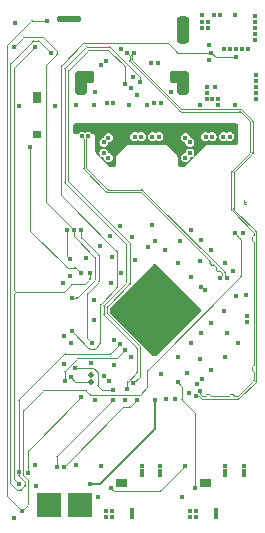
<source format=gbr>
%TF.GenerationSoftware,KiCad,Pcbnew,(6.0.2)*%
%TF.CreationDate,2022-04-22T09:08:26+08:00*%
%TF.ProjectId,usb-nvme,7573622d-6e76-46d6-952e-6b696361645f,rev?*%
%TF.SameCoordinates,Original*%
%TF.FileFunction,Copper,L3,Inr*%
%TF.FilePolarity,Positive*%
%FSLAX46Y46*%
G04 Gerber Fmt 4.6, Leading zero omitted, Abs format (unit mm)*
G04 Created by KiCad (PCBNEW (6.0.2)) date 2022-04-22 09:08:26*
%MOMM*%
%LPD*%
G01*
G04 APERTURE LIST*
G04 Aperture macros list*
%AMRoundRect*
0 Rectangle with rounded corners*
0 $1 Rounding radius*
0 $2 $3 $4 $5 $6 $7 $8 $9 X,Y pos of 4 corners*
0 Add a 4 corners polygon primitive as box body*
4,1,4,$2,$3,$4,$5,$6,$7,$8,$9,$2,$3,0*
0 Add four circle primitives for the rounded corners*
1,1,$1+$1,$2,$3*
1,1,$1+$1,$4,$5*
1,1,$1+$1,$6,$7*
1,1,$1+$1,$8,$9*
0 Add four rect primitives between the rounded corners*
20,1,$1+$1,$2,$3,$4,$5,0*
20,1,$1+$1,$4,$5,$6,$7,0*
20,1,$1+$1,$6,$7,$8,$9,0*
20,1,$1+$1,$8,$9,$2,$3,0*%
G04 Aperture macros list end*
%TA.AperFunction,NonConductor*%
%ADD10C,0.000000*%
%TD*%
%TA.AperFunction,ComponentPad*%
%ADD11R,2.000000X2.000000*%
%TD*%
%TA.AperFunction,ComponentPad*%
%ADD12C,0.700000*%
%TD*%
%TA.AperFunction,ComponentPad*%
%ADD13RoundRect,0.250000X-0.550000X-0.250000X0.550000X-0.250000X0.550000X0.250000X-0.550000X0.250000X0*%
%TD*%
%TA.AperFunction,ComponentPad*%
%ADD14RoundRect,0.250000X-0.250000X-0.750000X0.250000X-0.750000X0.250000X0.750000X-0.250000X0.750000X0*%
%TD*%
%TA.AperFunction,ComponentPad*%
%ADD15RoundRect,0.125000X-0.875000X0.125000X-0.875000X-0.125000X0.875000X-0.125000X0.875000X0.125000X0*%
%TD*%
%TA.AperFunction,ComponentPad*%
%ADD16RoundRect,0.250000X-0.250000X-0.900000X0.250000X-0.900000X0.250000X0.900000X-0.250000X0.900000X0*%
%TD*%
%TA.AperFunction,ViaPad*%
%ADD17C,0.450000*%
%TD*%
%TA.AperFunction,ViaPad*%
%ADD18C,0.500000*%
%TD*%
%TA.AperFunction,Conductor*%
%ADD19C,0.100000*%
%TD*%
%TA.AperFunction,Conductor*%
%ADD20C,0.110000*%
%TD*%
%TA.AperFunction,Conductor*%
%ADD21C,0.095000*%
%TD*%
%TA.AperFunction,Conductor*%
%ADD22C,0.200000*%
%TD*%
G04 APERTURE END LIST*
D10*
G36*
X20750000Y-16200000D02*
G01*
X20550000Y-16200000D01*
X20550000Y-16350000D01*
X20750000Y-16350000D01*
X20750000Y-16400000D01*
X20550000Y-16400000D01*
X20550000Y-16550000D01*
X20750000Y-16550000D01*
X20750000Y-16600000D01*
X20500000Y-16600000D01*
X20500000Y-16150000D01*
X20750000Y-16150000D01*
X20750000Y-16200000D01*
G37*
D11*
%TO.N,+5V*%
%TO.C,TP2*%
X4000000Y-42000000D03*
%TD*%
%TO.N,GND*%
%TO.C,TP3*%
X6600000Y-42000000D03*
%TD*%
D12*
%TO.N,GND*%
%TO.C,U1*%
X14879899Y-26489949D03*
X15869848Y-25500000D03*
X15869848Y-25500000D03*
X11910051Y-27479899D03*
X12900000Y-28469848D03*
X12900000Y-22530152D03*
X13889949Y-25500000D03*
X13889949Y-27479899D03*
X14879899Y-24510051D03*
X10920101Y-24510051D03*
X11910051Y-27479899D03*
X12900000Y-28469848D03*
X13889949Y-25500000D03*
X10920101Y-26489949D03*
X14879899Y-24510051D03*
X11910051Y-25500000D03*
X13889949Y-23520101D03*
X12900000Y-24510051D03*
X12900000Y-26489949D03*
X11910051Y-23520101D03*
X9930152Y-25500000D03*
X12900000Y-26489949D03*
X14879899Y-26489949D03*
X13889949Y-27479899D03*
%TD*%
D13*
%TO.N,GND*%
%TO.C,J1*%
X7000000Y-5797500D03*
D14*
X6680000Y-6297500D03*
D13*
X15000000Y-5787500D03*
D14*
X15320000Y-6287500D03*
D15*
X5680000Y-897500D03*
D16*
X15320000Y-1747500D03*
%TD*%
D17*
%TO.N,USB_TX1+*%
X9405000Y-7954577D03*
%TO.N,PCIe_TX0-*%
X8994455Y-10905545D03*
%TO.N,USB_TX1-*%
X8855000Y-7954577D03*
%TO.N,PCIe_TX0+*%
X8605545Y-11294455D03*
%TO.N,USB_TX2+*%
X13155000Y-4554577D03*
%TO.N,USB_TX2-*%
X12605000Y-4554577D03*
%TO.N,PCIe_TX1-*%
X11775000Y-10812379D03*
%TO.N,PCIe_TX1+*%
X11225000Y-10812379D03*
%TO.N,PCIe_TX2-*%
X15894455Y-12205545D03*
%TO.N,GND*%
X8200000Y-11750000D03*
X16900000Y-40000000D03*
X8100000Y-41300000D03*
X16011270Y-28328427D03*
X16750000Y-10000000D03*
X3100000Y-10500000D03*
X20700000Y-26500000D03*
X7525988Y-30025483D03*
X10400000Y-40300000D03*
X7074500Y-21100000D03*
X18839697Y-29459798D03*
X17500000Y-40000000D03*
X18100000Y-43050000D03*
X7900000Y-7000000D03*
X20700000Y-26000000D03*
X19971068Y-28328427D03*
X12700000Y-18300000D03*
X17500000Y-4300000D03*
X13800000Y-11200000D03*
X17800000Y-7600000D03*
X18900000Y-39500000D03*
X18250000Y-8100000D03*
X18100000Y-42450000D03*
X18900000Y-39100000D03*
X17200000Y-40300000D03*
X13900000Y-33000000D03*
X19500000Y-22200000D03*
X17708326Y-30591169D03*
X11800000Y-39100000D03*
X20400000Y-19000000D03*
X18300000Y-7600000D03*
X10750000Y-8100000D03*
X3100000Y-7800000D03*
X2800000Y-10500000D03*
X18100000Y-42750000D03*
X1100000Y-1200000D03*
X15200000Y-13100000D03*
X21400000Y-600000D03*
X16506245Y-31793250D03*
X18839697Y-21540202D03*
X17708326Y-26631371D03*
X10400000Y-33100000D03*
X1450000Y-8200000D03*
X19750000Y-10000000D03*
X7750000Y-8100000D03*
X16750000Y-8100000D03*
X13750000Y-10000000D03*
X21400000Y-1100000D03*
X11000000Y-42750000D03*
X21400000Y-2600000D03*
X8586649Y-31086144D03*
X7850000Y-33100000D03*
X15799138Y-32500357D03*
X6250000Y-10000000D03*
X4450000Y-8200000D03*
X17300000Y-7600000D03*
X13748528Y-20408831D03*
X19750000Y-8100000D03*
X18900000Y-38700000D03*
X16900000Y-40300000D03*
X9800000Y-40300000D03*
X6250000Y-8100000D03*
X15200000Y-41300000D03*
X11000000Y-42450000D03*
X17200000Y-40000000D03*
X14600000Y-33000000D03*
X10400000Y-40000000D03*
X16750000Y-11200000D03*
X17500000Y-3100000D03*
X6250000Y-38650000D03*
X10100000Y-3400000D03*
X2800000Y-38650000D03*
X14300000Y-7000000D03*
X8303807Y-20055277D03*
X2800000Y-7200000D03*
X2800000Y-7500000D03*
X9300000Y-13100000D03*
X7750000Y-10000000D03*
X12334315Y-20125988D03*
X17300000Y-7100000D03*
X2800000Y-7800000D03*
X3100000Y-7500000D03*
X10750000Y-11200000D03*
X10750000Y-10000000D03*
X5181025Y-23200000D03*
X10000862Y-18358222D03*
X9250000Y-10000000D03*
X11800000Y-38700000D03*
X16011270Y-22671573D03*
X5250000Y-30100000D03*
X21400000Y-1600000D03*
X10100000Y-40000000D03*
X20678175Y-24200000D03*
X17300000Y-6600000D03*
X3100000Y-10800000D03*
X12250000Y-10000000D03*
X10071573Y-22388730D03*
X5758222Y-22600862D03*
X16930509Y-31368986D03*
X18250000Y-10000000D03*
X2800000Y-10800000D03*
X9010914Y-31510407D03*
X2900000Y-40400000D03*
X3100000Y-7200000D03*
X10100000Y-40300000D03*
X12250000Y-11200000D03*
X9152334Y-19206750D03*
X5200000Y-27700000D03*
X12250000Y-8100000D03*
X19750000Y-11200000D03*
D18*
X7500000Y-30980000D03*
D17*
X11000000Y-43050000D03*
X5828932Y-28328427D03*
X11800000Y-39500000D03*
X16859798Y-19560303D03*
X17708326Y-20408831D03*
X1000000Y-43075500D03*
X16011270Y-18711775D03*
X15250000Y-10000000D03*
X17500000Y-40300000D03*
X21400000Y-2100000D03*
X18250000Y-11200000D03*
X16300000Y-11750000D03*
X9800000Y-40000000D03*
%TO.N,USB_CC1*%
X10400000Y-6400000D03*
X11100000Y-31700000D03*
%TO.N,PCIe_TX2+*%
X15505545Y-12594455D03*
%TO.N,USB_CC2*%
X10600000Y-32200000D03*
X11650000Y-6150000D03*
%TO.N,PCIe_TX3-*%
X17775000Y-10812379D03*
%TO.N,PCIe_TX3+*%
X17225000Y-10812379D03*
%TO.N,~{PCIe_RST}*%
X6700000Y-18700000D03*
X7600000Y-28300000D03*
%TO.N,+1V0*%
X9505887Y-28045584D03*
X13400000Y-39500000D03*
X14879899Y-21540202D03*
X7808831Y-24651472D03*
X13465685Y-30874012D03*
X12970711Y-19631014D03*
X18768986Y-25570711D03*
X11202944Y-21257359D03*
X7808831Y-26348528D03*
X13400000Y-39100000D03*
X8400000Y-38700000D03*
X17142641Y-23802944D03*
X9223045Y-23237258D03*
X14879899Y-29459798D03*
X10920101Y-29459798D03*
X16859798Y-27479899D03*
X13400000Y-38700000D03*
X16859798Y-23520101D03*
%TO.N,/3V3P_SW*%
X19800000Y-3400000D03*
X20300000Y-3400000D03*
X19300000Y-3400000D03*
X18800000Y-3400000D03*
X20800000Y-3400000D03*
%TO.N,+5V*%
X16900000Y-500000D03*
X17900000Y-500000D03*
X17400000Y-1100000D03*
X12900000Y-33100000D03*
X16900000Y-1100000D03*
X17400000Y-1600000D03*
X8800000Y-42500000D03*
X18400000Y-500000D03*
X16400000Y-42500000D03*
X19700000Y-500000D03*
X7400000Y-40200000D03*
X16400000Y-43000000D03*
X15900000Y-43000000D03*
X8800000Y-43000000D03*
X16900000Y-1600000D03*
X15900000Y-42500000D03*
X9300000Y-43000000D03*
X9300000Y-42500000D03*
%TO.N,+3.3VP*%
X21500000Y-7100000D03*
X21500000Y-6600000D03*
X21500000Y-6100000D03*
X21500000Y-7600000D03*
X21500000Y-5600000D03*
X18000000Y-6600000D03*
%TO.N,+2V5*%
X9200000Y-40600000D03*
X16789087Y-21328070D03*
X16789087Y-29671930D03*
X19051829Y-27409188D03*
X20500000Y-38700000D03*
X10990812Y-19348171D03*
X15622361Y-30838656D03*
X19758936Y-24297918D03*
X20500000Y-39100000D03*
X15092031Y-19631014D03*
X9293755Y-21045227D03*
X15500000Y-38700000D03*
X20500000Y-39500000D03*
%TO.N,+3V3*%
X1000000Y-3200000D03*
X5200000Y-38800000D03*
X11400000Y-33100000D03*
X9505887Y-30166905D03*
X5899643Y-24439340D03*
X2200000Y-39300000D03*
X14844544Y-31616474D03*
X6100000Y-18700000D03*
X16300000Y-40600000D03*
X6700000Y-32900000D03*
%TO.N,LS_LED*%
X1400000Y-40200000D03*
X2800000Y-3200000D03*
X7400000Y-22400000D03*
%TO.N,HS_LED*%
X10000000Y-28400000D03*
X4100000Y-3700000D03*
X1400000Y-39200000D03*
%TO.N,USB_D+*%
X10892153Y-6703797D03*
X11155000Y-3749500D03*
X16382501Y-32765522D03*
X11104502Y-5800000D03*
%TO.N,USB_D-*%
X10605000Y-3749500D03*
X11375500Y-7300000D03*
X16771410Y-32376613D03*
%TO.N,USB_RX2-*%
X12855000Y-7954577D03*
%TO.N,USB_RX2+*%
X13405000Y-7954577D03*
%TO.N,USB_RX1-*%
X8405545Y-4794455D03*
%TO.N,USB_RX1+*%
X8794455Y-4405545D03*
%TO.N,M2_LED*%
X19700000Y-19000000D03*
X3800000Y-1000000D03*
X1700000Y-42500000D03*
%TO.N,PCIe_PWR_EN*%
X17700000Y-3700000D03*
X5900000Y-27300000D03*
X19800000Y-4100000D03*
%TO.N,SPI_DO*%
X5300000Y-31500000D03*
X10400000Y-28900000D03*
%TO.N,SPI_CLK*%
X5800000Y-31200000D03*
D18*
X7500000Y-31620000D03*
D17*
%TO.N,SPI_DI*%
X6200000Y-30400000D03*
X9400000Y-32300000D03*
%TO.N,PCIe_REFCLK-*%
X7275000Y-10800000D03*
X19030282Y-22755282D03*
%TO.N,PCIe_REFCLK+*%
X18480282Y-22755282D03*
X6725000Y-10800000D03*
%TO.N,PCIe_RX3-*%
X19275000Y-10812379D03*
%TO.N,PCIe_RX3+*%
X18725000Y-10812379D03*
%TO.N,PCIe_RX2-*%
X15894455Y-11294455D03*
%TO.N,PCIe_RX2+*%
X15505545Y-10905545D03*
%TO.N,PCIe_RX1-*%
X13275000Y-10812379D03*
%TO.N,PCIe_RX1+*%
X12725000Y-10812379D03*
%TO.N,PCIe_RX0-*%
X8994455Y-12594455D03*
%TO.N,PCIe_RX0+*%
X8605545Y-12205545D03*
%TO.N,PCIe_DET*%
X2350000Y-11700000D03*
X6700000Y-22400000D03*
%TO.N,PCIe_CLKREQ*%
X5750000Y-21150000D03*
X5500000Y-18700000D03*
%TO.N,VBUS_DET*%
X4600000Y-38800000D03*
X9400000Y-33100000D03*
%TD*%
D19*
%TO.N,VBUS_DET*%
X4600001Y-37941421D02*
G75*
G02*
X4629291Y-37870711I99994J2D01*
G01*
%TO.N,PCIe_DET*%
X5541421Y-21900000D02*
G75*
G02*
X5470711Y-21870711I0J99999D01*
G01*
X6158579Y-21900001D02*
G75*
G02*
X6229289Y-21929291I2J-99994D01*
G01*
%TO.N,PCIe_CLKREQ*%
X5529290Y-20929290D02*
G75*
G02*
X5500000Y-20858579I70705J70709D01*
G01*
%TO.N,PCIe_DET*%
X2379290Y-18779290D02*
G75*
G02*
X2350000Y-18708579I70705J70709D01*
G01*
D20*
%TO.N,PCIe_REFCLK+*%
X6895001Y-13502073D02*
G75*
G03*
X6924291Y-13572783I99994J-2D01*
G01*
%TO.N,PCIe_REFCLK-*%
X7134290Y-13485796D02*
G75*
G02*
X7105000Y-13415085I70705J70709D01*
G01*
X7134289Y-10940711D02*
G75*
G03*
X7105000Y-11011421I70710J-70710D01*
G01*
X8914205Y-15265711D02*
G75*
G03*
X8984915Y-15295000I70710J70710D01*
G01*
%TO.N,PCIe_REFCLK+*%
X18100001Y-22058579D02*
G75*
G03*
X18129291Y-22129289I99994J-2D01*
G01*
X6895000Y-11011421D02*
G75*
G03*
X6865711Y-10940711I-99999J0D01*
G01*
D19*
%TO.N,SPI_DI*%
X7658579Y-30400000D02*
G75*
G02*
X7729289Y-30429289I0J-99999D01*
G01*
D20*
%TO.N,PCIe_REFCLK-*%
X18889572Y-22614572D02*
G75*
G02*
X18860282Y-22543861I70705J70709D01*
G01*
D19*
%TO.N,SPI_DI*%
X8541421Y-32299999D02*
G75*
G02*
X8470711Y-32270709I-2J99994D01*
G01*
%TO.N,SPI_CLK*%
X6190711Y-31590711D02*
G75*
G03*
X6261421Y-31620000I70710J70710D01*
G01*
%TO.N,SPI_DO*%
X9729290Y-29570710D02*
G75*
G02*
X9658579Y-29600000I-70709J70705D01*
G01*
D20*
%TO.N,PCIe_REFCLK+*%
X11785795Y-15534289D02*
G75*
G03*
X11715085Y-15505000I-70710J-70710D01*
G01*
X8827217Y-15475711D02*
G75*
G03*
X8897927Y-15505000I70710J70710D01*
G01*
X18194958Y-22194958D02*
G75*
G03*
X18265668Y-22224247I70710J70710D01*
G01*
D19*
%TO.N,SPI_DO*%
X6441421Y-29600000D02*
G75*
G03*
X6370711Y-29629289I0J-99999D01*
G01*
X5300001Y-30741421D02*
G75*
G02*
X5329291Y-30670711I99994J2D01*
G01*
D20*
%TO.N,PCIe_REFCLK+*%
X18650282Y-22440197D02*
G75*
G03*
X18620993Y-22369486I-99999J1D01*
G01*
X18434332Y-22224247D02*
G75*
G02*
X18505042Y-22253536I0J-99999D01*
G01*
X18650281Y-22543861D02*
G75*
G02*
X18620991Y-22614571I-99994J-2D01*
G01*
X17644957Y-21644957D02*
G75*
G03*
X17715667Y-21674246I70710J70710D01*
G01*
D19*
%TO.N,SPI_DI*%
X8070710Y-30770710D02*
G75*
G02*
X8100000Y-30841421I-70705J-70709D01*
G01*
X8129289Y-31929289D02*
G75*
G02*
X8100000Y-31858579I70710J70710D01*
G01*
D20*
%TO.N,PCIe_REFCLK+*%
X18100000Y-21889914D02*
G75*
G03*
X18070711Y-21819204I-99999J0D01*
G01*
X17884332Y-21674246D02*
G75*
G02*
X17955043Y-21703535I1J-99999D01*
G01*
%TO.N,PCIe_REFCLK-*%
X18860282Y-22353209D02*
G75*
G03*
X18830993Y-22282499I-99999J0D01*
G01*
X11802073Y-15295001D02*
G75*
G02*
X11872783Y-15324291I2J-99994D01*
G01*
%TO.N,PCIe_REFCLK+*%
X17605044Y-21605044D02*
G75*
G02*
X17575754Y-21534333I70705J70709D01*
G01*
X17546464Y-21294956D02*
G75*
G02*
X17575754Y-21365667I-70705J-70709D01*
G01*
D19*
%TO.N,M2_LED*%
X2541421Y-1000000D02*
G75*
G03*
X2470711Y-1029289I0J-99999D01*
G01*
X12270710Y-32029290D02*
G75*
G03*
X12300000Y-31958579I-70705J70709D01*
G01*
X11629289Y-32670711D02*
G75*
G02*
X11558579Y-32700000I-70710J70710D01*
G01*
%TO.N,PCIe_PWR_EN*%
X5029289Y-4770711D02*
G75*
G03*
X5000000Y-4841421I70710J-70710D01*
G01*
%TO.N,M2_LED*%
X12300000Y-30641421D02*
G75*
G02*
X12329289Y-30570711I99999J0D01*
G01*
%TO.N,PCIe_PWR_EN*%
X5000001Y-15758579D02*
G75*
G03*
X5029291Y-15829289I99994J-2D01*
G01*
X6870710Y-2929290D02*
G75*
G02*
X6941421Y-2900000I70709J-70705D01*
G01*
%TO.N,M2_LED*%
X429290Y-3070710D02*
G75*
G03*
X400000Y-3141421I70705J-70709D01*
G01*
X429289Y-41229289D02*
G75*
G02*
X400000Y-41158579I70710J70710D01*
G01*
X20170710Y-22729290D02*
G75*
G03*
X20200000Y-22658579I-70705J70709D01*
G01*
X20170711Y-19470711D02*
G75*
G02*
X20200000Y-19541421I-70710J-70710D01*
G01*
%TO.N,PCIe_PWR_EN*%
X18070711Y-4070711D02*
G75*
G03*
X18141421Y-4100000I70710J70710D01*
G01*
X13958579Y-2900000D02*
G75*
G02*
X14029289Y-2929289I0J-99999D01*
G01*
X14841421Y-3699999D02*
G75*
G02*
X14770711Y-3670709I-2J99994D01*
G01*
%TO.N,M2_LED*%
X2200000Y-39941421D02*
G75*
G03*
X2170711Y-39870711I-99999J0D01*
G01*
X1800001Y-39458579D02*
G75*
G03*
X1829291Y-39529289I99994J-2D01*
G01*
%TO.N,PCIe_PWR_EN*%
X7370710Y-28770710D02*
G75*
G03*
X7441421Y-28800000I70709J70705D01*
G01*
X7758579Y-28800000D02*
G75*
G03*
X7829289Y-28770711I0J99999D01*
G01*
%TO.N,M2_LED*%
X2199999Y-41958579D02*
G75*
G02*
X2170709Y-42029289I-99994J-2D01*
G01*
%TO.N,PCIe_PWR_EN*%
X8270710Y-28329290D02*
G75*
G03*
X8300000Y-28258579I-70705J70709D01*
G01*
X8329289Y-24970711D02*
G75*
G03*
X8300000Y-25041421I70710J-70710D01*
G01*
%TO.N,M2_LED*%
X1800000Y-34041421D02*
G75*
G02*
X1829289Y-33970711I99999J0D01*
G01*
X3541421Y-32300001D02*
G75*
G03*
X3470711Y-32329291I-2J-99994D01*
G01*
%TO.N,PCIe_PWR_EN*%
X9667772Y-23632228D02*
G75*
G03*
X9697062Y-23561517I-70705J70709D01*
G01*
X9667773Y-20467773D02*
G75*
G02*
X9697062Y-20538483I-70710J-70710D01*
G01*
%TO.N,M2_LED*%
X7058579Y-32300000D02*
G75*
G02*
X7129289Y-32329289I0J-99999D01*
G01*
X7541421Y-32699999D02*
G75*
G02*
X7470711Y-32670709I-2J99994D01*
G01*
D21*
%TO.N,USB_D-*%
X19508579Y-32650000D02*
G75*
G02*
X19579289Y-32679289I0J-99999D01*
G01*
X20118193Y-8697501D02*
G75*
G02*
X20188903Y-8726791I2J-99994D01*
G01*
X19673210Y-32773210D02*
G75*
G03*
X19743921Y-32802500I70709J70705D01*
G01*
X19918193Y-32802500D02*
G75*
G03*
X19988903Y-32773211I0J99999D01*
G01*
X21302499Y-30161079D02*
G75*
G02*
X21273209Y-30231789I-99994J-2D01*
G01*
X17738921Y-32802499D02*
G75*
G02*
X17668211Y-32773209I-2J99994D01*
G01*
X17574289Y-32679289D02*
G75*
G03*
X17503579Y-32650000I-70710J-70710D01*
G01*
X16800699Y-32656925D02*
G75*
G02*
X16771410Y-32586215I70710J70710D01*
G01*
X15101035Y-8697500D02*
G75*
G02*
X15030325Y-8668211I0J99999D01*
G01*
X10782501Y-4378965D02*
G75*
G03*
X10811791Y-4449675I99994J-2D01*
G01*
X21302500Y-19738921D02*
G75*
G03*
X21273211Y-19668211I-99999J0D01*
G01*
X10782500Y-3968421D02*
G75*
G03*
X10753211Y-3897711I-99999J0D01*
G01*
X20973210Y-12188904D02*
G75*
G03*
X21002500Y-12118193I-70705J70709D01*
G01*
X20973211Y-9511097D02*
G75*
G02*
X21002500Y-9581807I-70710J-70710D01*
G01*
X17391421Y-32650001D02*
G75*
G03*
X17320711Y-32679291I-2J-99994D01*
G01*
X16916984Y-32773210D02*
G75*
G03*
X16987695Y-32802500I70709J70705D01*
G01*
X17226789Y-32773211D02*
G75*
G02*
X17156079Y-32802500I-70710J70710D01*
G01*
X21273210Y-19226790D02*
G75*
G03*
X21302500Y-19156079I-70705J70709D01*
G01*
X21273211Y-18911097D02*
G75*
G02*
X21302500Y-18981807I-70710J-70710D01*
G01*
X21179290Y-19574290D02*
G75*
G02*
X21150000Y-19503579I70705J70709D01*
G01*
X21179289Y-19320711D02*
G75*
G03*
X21150000Y-19391421I70710J-70710D01*
G01*
X19161079Y-32802500D02*
G75*
G03*
X19231789Y-32773211I0J99999D01*
G01*
X19396421Y-32650001D02*
G75*
G03*
X19325711Y-32679291I-2J-99994D01*
G01*
D19*
%TO.N,HS_LED*%
X3129290Y-2729290D02*
G75*
G03*
X3058579Y-2700000I-70709J-70705D01*
G01*
D21*
%TO.N,USB_D+*%
X11006789Y-3897711D02*
G75*
G03*
X10977500Y-3968421I70710J-70710D01*
G01*
D19*
%TO.N,HS_LED*%
X1400001Y-39458579D02*
G75*
G03*
X1429291Y-39529289I99994J-2D01*
G01*
X1870711Y-39970711D02*
G75*
G02*
X1900000Y-40041421I-70710J-70710D01*
G01*
D21*
%TO.N,USB_D+*%
X21168210Y-12269676D02*
G75*
G03*
X21197500Y-12198965I-70705J70709D01*
G01*
X19626789Y-13811097D02*
G75*
G03*
X19597500Y-13881807I70710J-70710D01*
G01*
X20069675Y-32968211D02*
G75*
G02*
X19998965Y-32997500I-70710J70710D01*
G01*
X15181807Y-8502500D02*
G75*
G02*
X15111097Y-8473211I0J99999D01*
G01*
X10977501Y-4298193D02*
G75*
G03*
X11006791Y-4368903I99994J-2D01*
G01*
D19*
%TO.N,HS_LED*%
X5341421Y-29200000D02*
G75*
G03*
X5270711Y-29229289I0J-99999D01*
G01*
D21*
%TO.N,USB_D+*%
X16592103Y-32765522D02*
G75*
G02*
X16662813Y-32794811I0J-99999D01*
G01*
X16906923Y-32997499D02*
G75*
G02*
X16836213Y-32968209I-2J99994D01*
G01*
D19*
%TO.N,HS_LED*%
X9158579Y-29200000D02*
G75*
G03*
X9229289Y-29170711I0J99999D01*
G01*
D21*
%TO.N,USB_D+*%
X21197500Y-9501035D02*
G75*
G03*
X21168211Y-9430325I-99999J0D01*
G01*
X20198965Y-8502501D02*
G75*
G02*
X20269675Y-8531791I2J-99994D01*
G01*
D19*
%TO.N,HS_LED*%
X1558579Y-40700000D02*
G75*
G03*
X1629289Y-40670711I0J99999D01*
G01*
X1899999Y-40358579D02*
G75*
G02*
X1870709Y-40429289I-99994J-2D01*
G01*
X2641421Y-2700000D02*
G75*
G03*
X2570711Y-2729289I0J-99999D01*
G01*
X700001Y-4641421D02*
G75*
G02*
X729291Y-4570711I99994J2D01*
G01*
X1429290Y-33070710D02*
G75*
G03*
X1400000Y-33141421I70705J-70709D01*
G01*
D21*
%TO.N,USB_D-*%
X21273210Y-31488904D02*
G75*
G03*
X21302500Y-31418193I-70705J70709D01*
G01*
X21273211Y-30673211D02*
G75*
G02*
X21302500Y-30743921I-70710J-70710D01*
G01*
%TO.N,USB_D+*%
X21468210Y-31569676D02*
G75*
G03*
X21497500Y-31498965I-70705J70709D01*
G01*
X21497500Y-18901035D02*
G75*
G03*
X21468211Y-18830325I-99999J0D01*
G01*
X19597501Y-16918193D02*
G75*
G03*
X19626791Y-16988903I99994J-2D01*
G01*
D19*
%TO.N,HS_LED*%
X700000Y-40158579D02*
G75*
G03*
X729289Y-40229289I99999J0D01*
G01*
X1241421Y-40699999D02*
G75*
G02*
X1170711Y-40670709I-2J99994D01*
G01*
D21*
%TO.N,USB_D-*%
X19431790Y-17069676D02*
G75*
G02*
X19402500Y-16998965I70705J70709D01*
G01*
X19431789Y-13730325D02*
G75*
G03*
X19402500Y-13801035I70710J-70710D01*
G01*
X21179290Y-30579290D02*
G75*
G02*
X21150000Y-30508579I70705J70709D01*
G01*
X21179289Y-30325711D02*
G75*
G03*
X21150000Y-30396421I70710J-70710D01*
G01*
D19*
%TO.N,+3V3*%
X4570710Y-3470710D02*
G75*
G02*
X4600000Y-3541421I-70705J-70709D01*
G01*
X10829290Y-33670710D02*
G75*
G02*
X10758579Y-33700000I-70709J70705D01*
G01*
%TO.N,LS_LED*%
X1029290Y-39829290D02*
G75*
G02*
X1000000Y-39758579I70705J70709D01*
G01*
X1000001Y-24241421D02*
G75*
G02*
X1029291Y-24170711I99994J2D01*
G01*
X5158579Y-24000000D02*
G75*
G03*
X5229289Y-23970711I0J99999D01*
G01*
X5941421Y-23300001D02*
G75*
G03*
X5870711Y-23329291I-2J-99994D01*
G01*
%TO.N,+3V3*%
X10341421Y-33700000D02*
G75*
G03*
X10270711Y-33729289I0J-99999D01*
G01*
%TO.N,LS_LED*%
X1029290Y-4970710D02*
G75*
G03*
X1000000Y-5041421I70705J-70709D01*
G01*
%TO.N,+3V3*%
X3529289Y-2429289D02*
G75*
G03*
X3458579Y-2400000I-70710J-70710D01*
G01*
%TO.N,LS_LED*%
X6958579Y-23300000D02*
G75*
G03*
X7029289Y-23270711I0J99999D01*
G01*
X7399999Y-22858579D02*
G75*
G02*
X7370709Y-22929289I-99994J-2D01*
G01*
%TO.N,+3V3*%
X4600000Y-3858579D02*
G75*
G02*
X4570711Y-3929289I-99999J0D01*
G01*
%TO.N,LS_LED*%
X1000000Y-23758579D02*
G75*
G03*
X1029289Y-23829289I99999J0D01*
G01*
%TO.N,+3V3*%
X6100001Y-19258579D02*
G75*
G03*
X6129291Y-19329289I99994J-2D01*
G01*
X7870711Y-21070711D02*
G75*
G02*
X7900000Y-21141421I-70710J-70710D01*
G01*
X2229290Y-37370710D02*
G75*
G03*
X2200000Y-37441421I70705J-70709D01*
G01*
X3729290Y-4770710D02*
G75*
G03*
X3700000Y-4841421I70705J-70709D01*
G01*
X3700000Y-16258579D02*
G75*
G03*
X3729289Y-16329289I99999J0D01*
G01*
X1841421Y-2400001D02*
G75*
G03*
X1770711Y-2429291I-2J-99994D01*
G01*
X16270710Y-34141070D02*
G75*
G02*
X16300000Y-34211781I-70705J-70709D01*
G01*
X15170710Y-31942640D02*
G75*
G02*
X15200000Y-32013351I-70705J-70709D01*
G01*
X15229289Y-33099649D02*
G75*
G02*
X15200000Y-33028939I70710J70710D01*
G01*
X6319239Y-24439340D02*
G75*
G03*
X6389949Y-24410051I0J99999D01*
G01*
X7899999Y-22858579D02*
G75*
G02*
X7870709Y-22929289I-99994J-2D01*
G01*
%TO.N,+2V5*%
X13429290Y-40770710D02*
G75*
G02*
X13358579Y-40800000I-70709J70705D01*
G01*
X9441421Y-40800000D02*
G75*
G02*
X9370711Y-40770711I0J99999D01*
G01*
D22*
%TO.N,+5V*%
X8329289Y-40170711D02*
G75*
G02*
X8258579Y-40200000I-70710J70710D01*
G01*
X12870710Y-35629290D02*
G75*
G03*
X12900000Y-35558579I-70705J70709D01*
G01*
D19*
%TO.N,~{PCIe_RST}*%
X7200000Y-24141421D02*
G75*
G02*
X7229289Y-24070711I99999J0D01*
G01*
X8170710Y-23129290D02*
G75*
G03*
X8200000Y-23058579I-70705J70709D01*
G01*
X8170711Y-20870711D02*
G75*
G02*
X8200000Y-20941421I-70710J-70710D01*
G01*
X7200001Y-27858579D02*
G75*
G03*
X7229291Y-27929289I99994J-2D01*
G01*
X6729290Y-19429290D02*
G75*
G02*
X6700000Y-19358579I70705J70709D01*
G01*
%TO.N,USB_CC1*%
X5600000Y-5241421D02*
G75*
G02*
X5629289Y-5170711I99999J0D01*
G01*
X8929289Y-25170711D02*
G75*
G03*
X8900000Y-25241421I70710J-70710D01*
G01*
%TO.N,USB_CC2*%
X11400000Y-30758579D02*
G75*
G02*
X11370711Y-30829289I-99999J0D01*
G01*
%TO.N,USB_CC1*%
X10370710Y-4870710D02*
G75*
G02*
X10400000Y-4941421I-70705J-70709D01*
G01*
%TO.N,USB_CC2*%
X8600000Y-25858579D02*
G75*
G03*
X8629289Y-25929289I99999J0D01*
G01*
X11399999Y-28741421D02*
G75*
G03*
X11370709Y-28670711I-99994J2D01*
G01*
X8600001Y-25141421D02*
G75*
G02*
X8629291Y-25070711I99994J2D01*
G01*
X10629290Y-31570710D02*
G75*
G03*
X10600000Y-31641421I70705J-70709D01*
G01*
%TO.N,USB_CC1*%
X7270710Y-3529290D02*
G75*
G02*
X7341421Y-3500000I70709J-70705D01*
G01*
X9029289Y-3529289D02*
G75*
G03*
X8958579Y-3500000I-70710J-70710D01*
G01*
X10770710Y-23329290D02*
G75*
G03*
X10800000Y-23258579I-70705J70709D01*
G01*
%TO.N,USB_CC2*%
X10470710Y-19870710D02*
G75*
G02*
X10500000Y-19941421I-70705J-70709D01*
G01*
X10470711Y-23229289D02*
G75*
G03*
X10500000Y-23158579I-70710J70710D01*
G01*
%TO.N,USB_CC1*%
X10800000Y-19841421D02*
G75*
G03*
X10770711Y-19770711I-99999J0D01*
G01*
X5600001Y-14558579D02*
G75*
G03*
X5629291Y-14629289I99994J-2D01*
G01*
X11670710Y-31129290D02*
G75*
G03*
X11700000Y-31058579I-70705J70709D01*
G01*
%TO.N,USB_CC2*%
X11650000Y-5791421D02*
G75*
G03*
X11620711Y-5720711I-99999J0D01*
G01*
X9058579Y-3200001D02*
G75*
G02*
X9129289Y-3229291I2J-99994D01*
G01*
%TO.N,USB_CC1*%
X11700000Y-28641421D02*
G75*
G03*
X11670711Y-28570711I-99999J0D01*
G01*
X8900001Y-25758579D02*
G75*
G03*
X8929291Y-25829289I99994J-2D01*
G01*
%TO.N,USB_CC2*%
X7141421Y-3200000D02*
G75*
G03*
X7070711Y-3229289I0J-99999D01*
G01*
X5329290Y-4970710D02*
G75*
G03*
X5300000Y-5041421I70705J-70709D01*
G01*
X5329289Y-14729289D02*
G75*
G02*
X5300000Y-14658579I70710J70710D01*
G01*
%TO.N,USB_CC1*%
X7270710Y-3529290D02*
X5629289Y-5170711D01*
X11700000Y-28641421D02*
X11700000Y-31058579D01*
X5629290Y-14629290D02*
X10770711Y-19770711D01*
X10770710Y-23329290D02*
X8929289Y-25170711D01*
X8958579Y-3500000D02*
X7341421Y-3500000D01*
X8900000Y-25241421D02*
X8900000Y-25758579D01*
X8929290Y-25829290D02*
X11670711Y-28570711D01*
X5600000Y-5241421D02*
X5600000Y-14558579D01*
X10800000Y-19841421D02*
X10800000Y-23258579D01*
X10400000Y-6400000D02*
X10400000Y-4941421D01*
X10370710Y-4870710D02*
X9029289Y-3529289D01*
X11670710Y-31129290D02*
X11100000Y-31700000D01*
%TO.N,USB_CC2*%
X10470710Y-19870710D02*
X5329289Y-14729289D01*
X11400000Y-30758579D02*
X11400000Y-28741421D01*
X10500000Y-23158579D02*
X10500000Y-19941421D01*
X9129290Y-3229290D02*
X11620711Y-5720711D01*
X7141421Y-3200000D02*
X9058579Y-3200000D01*
X10600000Y-32200000D02*
X10600000Y-31641421D01*
X5300000Y-14658579D02*
X5300000Y-5041421D01*
X8600000Y-25858579D02*
X8600000Y-25141421D01*
X8629290Y-25070710D02*
X10470711Y-23229289D01*
X10629290Y-31570710D02*
X11370711Y-30829289D01*
X11370710Y-28670710D02*
X8629289Y-25929289D01*
X11650000Y-5791421D02*
X11650000Y-6150000D01*
X5329290Y-4970710D02*
X7070711Y-3229289D01*
%TO.N,~{PCIe_RST}*%
X7200000Y-24141421D02*
X7200000Y-27858579D01*
X6729290Y-19429290D02*
X8170711Y-20870711D01*
X6700000Y-18700000D02*
X6700000Y-19358579D01*
X8200000Y-20941421D02*
X8200000Y-23058579D01*
X7229290Y-27929290D02*
X7600000Y-28300000D01*
X8170710Y-23129290D02*
X7229289Y-24070711D01*
D22*
%TO.N,+5V*%
X12900000Y-33100000D02*
X12900000Y-35558579D01*
X8258579Y-40200000D02*
X7400000Y-40200000D01*
X12870710Y-35629290D02*
X8329289Y-40170711D01*
D19*
%TO.N,+2V5*%
X9441421Y-40800000D02*
X13358579Y-40800000D01*
X13429290Y-40770710D02*
X15500000Y-38700000D01*
X9200000Y-40600000D02*
X9370711Y-40770711D01*
%TO.N,+3V3*%
X3458579Y-2400000D02*
X1841421Y-2400000D01*
X15170710Y-31942640D02*
X14844544Y-31616474D01*
X16300000Y-40600000D02*
X16300000Y-34211781D01*
X4600000Y-3858579D02*
X4600000Y-3541421D01*
X3729290Y-4770710D02*
X4570711Y-3929289D01*
X3700000Y-16258579D02*
X3700000Y-4841421D01*
X6100000Y-18700000D02*
X3729289Y-16329289D01*
X10341421Y-33700000D02*
X10758579Y-33700000D01*
X15200000Y-33028939D02*
X15200000Y-32013351D01*
X10829290Y-33670710D02*
X11400000Y-33100000D01*
X6100000Y-18700000D02*
X6100000Y-19258579D01*
X2229290Y-37370710D02*
X6700000Y-32900000D01*
X6129290Y-19329290D02*
X7870711Y-21070711D01*
X7870710Y-22929290D02*
X6389949Y-24410051D01*
X2200000Y-39300000D02*
X2200000Y-37441421D01*
X5200000Y-38800000D02*
X10270711Y-33729289D01*
X16270710Y-34141070D02*
X15229289Y-33099649D01*
X7900000Y-21141421D02*
X7900000Y-22858579D01*
X1770710Y-2429290D02*
X1000000Y-3200000D01*
X6319239Y-24439340D02*
X5899643Y-24439340D01*
X4570710Y-3470710D02*
X3529289Y-2429289D01*
%TO.N,LS_LED*%
X1029290Y-39829290D02*
X1400000Y-40200000D01*
X7370710Y-22929290D02*
X7029289Y-23270711D01*
X1200000Y-24000000D02*
X1029289Y-23829289D01*
X7400000Y-22400000D02*
X7400000Y-22858579D01*
X6958579Y-23300000D02*
X5941421Y-23300000D01*
X1000000Y-23758579D02*
X1000000Y-5041421D01*
X1029290Y-24170710D02*
X1200000Y-24000000D01*
X5870710Y-23329290D02*
X5229289Y-23970711D01*
X1000000Y-39758579D02*
X1000000Y-24241421D01*
X1029290Y-4970710D02*
X2800000Y-3200000D01*
X5158579Y-24000000D02*
X1200000Y-24000000D01*
%TO.N,HS_LED*%
X1400000Y-39200000D02*
X1400000Y-33141421D01*
X1558579Y-40700000D02*
X1241421Y-40700000D01*
X1900000Y-40041421D02*
X1900000Y-40358579D01*
X729290Y-4570710D02*
X2570711Y-2729289D01*
X3129290Y-2729290D02*
X4100000Y-3700000D01*
X1429290Y-39529290D02*
X1870711Y-39970711D01*
X1870710Y-40429290D02*
X1629289Y-40670711D01*
X1400000Y-39200000D02*
X1400000Y-39458579D01*
X1170710Y-40670710D02*
X729289Y-40229289D01*
X1429290Y-33070710D02*
X5270711Y-29229289D01*
X700000Y-40158579D02*
X700000Y-4641421D01*
X2641421Y-2700000D02*
X3058579Y-2700000D01*
X10000000Y-28400000D02*
X9229289Y-29170711D01*
X9158579Y-29200000D02*
X5341421Y-29200000D01*
D21*
%TO.N,USB_D+*%
X20269676Y-8531790D02*
X21168211Y-9430325D01*
X19626790Y-16988904D02*
X21468211Y-18830325D01*
X19998965Y-32997500D02*
X16906923Y-32997500D01*
X16836212Y-32968210D02*
X16662813Y-32794811D01*
X21468210Y-31569676D02*
X20069675Y-32968211D01*
X11006790Y-4368904D02*
X15111097Y-8473211D01*
X21497500Y-18901035D02*
X21497500Y-31498965D01*
X16592103Y-32765522D02*
X16382501Y-32765522D01*
X19597500Y-13881807D02*
X19597500Y-16918193D01*
X21197500Y-9501035D02*
X21197500Y-12198965D01*
X11155000Y-3749500D02*
X11006789Y-3897711D01*
X10977500Y-3968421D02*
X10977500Y-4298193D01*
X21168210Y-12269676D02*
X19626789Y-13811097D01*
X15181807Y-8502500D02*
X20198965Y-8502500D01*
%TO.N,USB_D-*%
X21302500Y-30743921D02*
X21302500Y-31418193D01*
X19325710Y-32679290D02*
X19231789Y-32773211D01*
X21150000Y-19391421D02*
X21150000Y-19503579D01*
X21302500Y-18981807D02*
X21302500Y-19156079D01*
X17156079Y-32802500D02*
X16987695Y-32802500D01*
X21150000Y-30396421D02*
X21150000Y-30508579D01*
X17320710Y-32679290D02*
X17226789Y-32773211D01*
X21002500Y-9581807D02*
X21002500Y-12118193D01*
X19402500Y-13801035D02*
X19402500Y-16998965D01*
X16771410Y-32586215D02*
X16771410Y-32376613D01*
X21273210Y-19226790D02*
X21179289Y-19320711D01*
X19431790Y-17069676D02*
X21273211Y-18911097D01*
X21179290Y-30579290D02*
X21273211Y-30673211D01*
X21273210Y-31488904D02*
X19988903Y-32773211D01*
X17503579Y-32650000D02*
X17391421Y-32650000D01*
X20188904Y-8726790D02*
X20973211Y-9511097D01*
X16916984Y-32773210D02*
X16800699Y-32656925D01*
X10605000Y-3749500D02*
X10753211Y-3897711D01*
X20973210Y-12188904D02*
X19431789Y-13730325D01*
X17668210Y-32773210D02*
X17574289Y-32679289D01*
X21179290Y-19574290D02*
X21273211Y-19668211D01*
X10782500Y-3968421D02*
X10782500Y-4378965D01*
X19918193Y-32802500D02*
X19743921Y-32802500D01*
X21273210Y-30231790D02*
X21179289Y-30325711D01*
X19508579Y-32650000D02*
X19396421Y-32650000D01*
X19161079Y-32802500D02*
X17738921Y-32802500D01*
X10811790Y-4449676D02*
X15030325Y-8668211D01*
X19673210Y-32773210D02*
X19579289Y-32679289D01*
X21302500Y-19738921D02*
X21302500Y-30161079D01*
X15101035Y-8697500D02*
X20118193Y-8697500D01*
D19*
%TO.N,M2_LED*%
X12300000Y-30641421D02*
X12300000Y-31958579D01*
X2200000Y-39941421D02*
X2200000Y-41958579D01*
X20170710Y-22729290D02*
X12329289Y-30570711D01*
X400000Y-41158579D02*
X400000Y-3141421D01*
X1700000Y-42500000D02*
X429289Y-41229289D01*
X7470710Y-32670710D02*
X7129289Y-32329289D01*
X2541421Y-1000000D02*
X3800000Y-1000000D01*
X2170710Y-42029290D02*
X1700000Y-42500000D01*
X1829290Y-39529290D02*
X2170711Y-39870711D01*
X7058579Y-32300000D02*
X3541421Y-32300000D01*
X19700000Y-19000000D02*
X20170711Y-19470711D01*
X20200000Y-19541421D02*
X20200000Y-22658579D01*
X12270710Y-32029290D02*
X11629289Y-32670711D01*
X3470710Y-32329290D02*
X1829289Y-33970711D01*
X429290Y-3070710D02*
X2470711Y-1029289D01*
X11558579Y-32700000D02*
X7541421Y-32700000D01*
X1800000Y-34041421D02*
X1800000Y-39458579D01*
%TO.N,PCIe_PWR_EN*%
X14770710Y-3670710D02*
X14029289Y-2929289D01*
X6870710Y-2929290D02*
X5029289Y-4770711D01*
X9667772Y-23632228D02*
X8329289Y-24970711D01*
X17700000Y-3700000D02*
X18070711Y-4070711D01*
X13958579Y-2900000D02*
X6941421Y-2900000D01*
X18141421Y-4100000D02*
X19800000Y-4100000D01*
X5029290Y-15829290D02*
X9667773Y-20467773D01*
X8270710Y-28329290D02*
X7829289Y-28770711D01*
X9697062Y-20538483D02*
X9697062Y-23561517D01*
X8300000Y-25041421D02*
X8300000Y-28258579D01*
X7370710Y-28770710D02*
X5900000Y-27300000D01*
X5000000Y-4841421D02*
X5000000Y-15758579D01*
X17700000Y-3700000D02*
X14841421Y-3700000D01*
X7758579Y-28800000D02*
X7441421Y-28800000D01*
%TO.N,SPI_DO*%
X5329290Y-30670710D02*
X6370711Y-29629289D01*
X6441421Y-29600000D02*
X9658579Y-29600000D01*
X9729290Y-29570710D02*
X10400000Y-28900000D01*
X5300000Y-31500000D02*
X5300000Y-30741421D01*
%TO.N,SPI_CLK*%
X6261421Y-31620000D02*
X7500000Y-31620000D01*
X5800000Y-31200000D02*
X6190711Y-31590711D01*
%TO.N,SPI_DI*%
X8070710Y-30770710D02*
X7729289Y-30429289D01*
X7658579Y-30400000D02*
X6200000Y-30400000D01*
X8100000Y-31858579D02*
X8100000Y-30841421D01*
X8470710Y-32270710D02*
X8129289Y-31929289D01*
X9400000Y-32300000D02*
X8541421Y-32300000D01*
D20*
%TO.N,PCIe_REFCLK-*%
X7275000Y-10800000D02*
X7134289Y-10940711D01*
X7134290Y-13485796D02*
X8914205Y-15265711D01*
X18889572Y-22614572D02*
X19030282Y-22755282D01*
X8984915Y-15295000D02*
X11802073Y-15295000D01*
X11872784Y-15324290D02*
X18830993Y-22282499D01*
X18860282Y-22353209D02*
X18860282Y-22543861D01*
X7105000Y-11011421D02*
X7105000Y-13415085D01*
%TO.N,PCIe_REFCLK+*%
X18265668Y-22224247D02*
X18434332Y-22224247D01*
X6725000Y-10800000D02*
X6865711Y-10940711D01*
X17955043Y-21703535D02*
X18070711Y-21819204D01*
X6924290Y-13572784D02*
X8827217Y-15475711D01*
X17575754Y-21365667D02*
X17575754Y-21534333D01*
X17715667Y-21674246D02*
X17884332Y-21674246D01*
X18650282Y-22440197D02*
X18650282Y-22543861D01*
X17605044Y-21605044D02*
X17644957Y-21644957D01*
X18620992Y-22614572D02*
X18480282Y-22755282D01*
X18129290Y-22129290D02*
X18194958Y-22194958D01*
X18505042Y-22253536D02*
X18620993Y-22369486D01*
X18100000Y-21889914D02*
X18100000Y-22058579D01*
X8897927Y-15505000D02*
X11715085Y-15505000D01*
X11785795Y-15534289D02*
X17546464Y-21294956D01*
X6895000Y-11011421D02*
X6895000Y-13502073D01*
D19*
%TO.N,PCIe_DET*%
X2350000Y-11700000D02*
X2350000Y-18708579D01*
X6229290Y-21929290D02*
X6700000Y-22400000D01*
X5541421Y-21900000D02*
X6158579Y-21900000D01*
X2379290Y-18779290D02*
X5470711Y-21870711D01*
%TO.N,PCIe_CLKREQ*%
X5500000Y-18700000D02*
X5500000Y-20858579D01*
X5529290Y-20929290D02*
X5750000Y-21150000D01*
%TO.N,VBUS_DET*%
X4600000Y-38800000D02*
X4600000Y-37941421D01*
X4629290Y-37870710D02*
X9400000Y-33100000D01*
%TD*%
%TA.AperFunction,Conductor*%
%TO.N,GND*%
G36*
X12966977Y-21596165D02*
G01*
X12984640Y-21603481D01*
X13037410Y-21638741D01*
X13044835Y-21644835D01*
X16755165Y-25355165D01*
X16761259Y-25362590D01*
X16796519Y-25415360D01*
X16803835Y-25433024D01*
X16815256Y-25490441D01*
X16815256Y-25509559D01*
X16803835Y-25566976D01*
X16796519Y-25584640D01*
X16761259Y-25637410D01*
X16755165Y-25644835D01*
X13044835Y-29355165D01*
X13037410Y-29361259D01*
X12984640Y-29396519D01*
X12966977Y-29403835D01*
X12909557Y-29415256D01*
X12890443Y-29415256D01*
X12833023Y-29403835D01*
X12815360Y-29396519D01*
X12762590Y-29361259D01*
X12755165Y-29355165D01*
X9114852Y-25714852D01*
X9100500Y-25680204D01*
X9100500Y-25319796D01*
X9114852Y-25285148D01*
X12755165Y-21644835D01*
X12762590Y-21638741D01*
X12815360Y-21603481D01*
X12833023Y-21596165D01*
X12890443Y-21584744D01*
X12909557Y-21584744D01*
X12966977Y-21596165D01*
G37*
%TD.AperFunction*%
%TD*%
%TA.AperFunction,Conductor*%
%TO.N,GND*%
G36*
X19804726Y-9700940D02*
G01*
X19866982Y-9713323D01*
X19884637Y-9720636D01*
X19933320Y-9753166D01*
X19946834Y-9766680D01*
X19979364Y-9815363D01*
X19986677Y-9833018D01*
X19999060Y-9895274D01*
X20000000Y-9904823D01*
X20000000Y-11295177D01*
X19999060Y-11304726D01*
X19986677Y-11366982D01*
X19979364Y-11384637D01*
X19946834Y-11433320D01*
X19933320Y-11446834D01*
X19884637Y-11479364D01*
X19866982Y-11486677D01*
X19804726Y-11499060D01*
X19795177Y-11500000D01*
X17382843Y-11500000D01*
X17306306Y-11515224D01*
X17241421Y-11558579D01*
X15461993Y-13338007D01*
X15454568Y-13344101D01*
X15401797Y-13379362D01*
X15384139Y-13386677D01*
X15321883Y-13399060D01*
X15312334Y-13400000D01*
X15104823Y-13400000D01*
X15095274Y-13399060D01*
X15033018Y-13386677D01*
X15015363Y-13379364D01*
X14966680Y-13346834D01*
X14953166Y-13333320D01*
X14920636Y-13284637D01*
X14913323Y-13266982D01*
X14900940Y-13204726D01*
X14900000Y-13195177D01*
X14900000Y-12594455D01*
X15125364Y-12594455D01*
X15143971Y-12711937D01*
X15197972Y-12817920D01*
X15282080Y-12902028D01*
X15285513Y-12903777D01*
X15285514Y-12903778D01*
X15335072Y-12929029D01*
X15388063Y-12956029D01*
X15391868Y-12956632D01*
X15391869Y-12956632D01*
X15501738Y-12974033D01*
X15505545Y-12974636D01*
X15509352Y-12974033D01*
X15619221Y-12956632D01*
X15619222Y-12956632D01*
X15623027Y-12956029D01*
X15676018Y-12929029D01*
X15725576Y-12903778D01*
X15725577Y-12903777D01*
X15729010Y-12902028D01*
X15813118Y-12817920D01*
X15867119Y-12711937D01*
X15881351Y-12622081D01*
X15900945Y-12590105D01*
X15922080Y-12581351D01*
X15978964Y-12572341D01*
X16008131Y-12567722D01*
X16008132Y-12567722D01*
X16011937Y-12567119D01*
X16064929Y-12540118D01*
X16114486Y-12514868D01*
X16114487Y-12514867D01*
X16117920Y-12513118D01*
X16202028Y-12429010D01*
X16256029Y-12323027D01*
X16258487Y-12307511D01*
X16274033Y-12209352D01*
X16274636Y-12205545D01*
X16263061Y-12132463D01*
X16256632Y-12091869D01*
X16256632Y-12091868D01*
X16256029Y-12088063D01*
X16202028Y-11982080D01*
X16117920Y-11897972D01*
X16114487Y-11896223D01*
X16114486Y-11896222D01*
X16064928Y-11870971D01*
X16011937Y-11843971D01*
X16008132Y-11843368D01*
X16008131Y-11843368D01*
X15898262Y-11825967D01*
X15894455Y-11825364D01*
X15890648Y-11825967D01*
X15780779Y-11843368D01*
X15780778Y-11843368D01*
X15776973Y-11843971D01*
X15723982Y-11870971D01*
X15674424Y-11896222D01*
X15674423Y-11896223D01*
X15670990Y-11897972D01*
X15586882Y-11982080D01*
X15532881Y-12088063D01*
X15532278Y-12091868D01*
X15532278Y-12091869D01*
X15518650Y-12177918D01*
X15499055Y-12209895D01*
X15477920Y-12218649D01*
X15421036Y-12227659D01*
X15391869Y-12232278D01*
X15391868Y-12232278D01*
X15388063Y-12232881D01*
X15345500Y-12254568D01*
X15285514Y-12285132D01*
X15285513Y-12285133D01*
X15282080Y-12286882D01*
X15197972Y-12370990D01*
X15143971Y-12476973D01*
X15125364Y-12594455D01*
X14900000Y-12594455D01*
X14900000Y-12582843D01*
X14884776Y-12506306D01*
X14841421Y-12441421D01*
X13958579Y-11558579D01*
X13893694Y-11515224D01*
X13817157Y-11500000D01*
X10682843Y-11500000D01*
X10606306Y-11515224D01*
X10541421Y-11558579D01*
X9658579Y-12441421D01*
X9615224Y-12506306D01*
X9600000Y-12582843D01*
X9600000Y-13195177D01*
X9599060Y-13204726D01*
X9586677Y-13266982D01*
X9579364Y-13284637D01*
X9546834Y-13333320D01*
X9533320Y-13346834D01*
X9484637Y-13379364D01*
X9466982Y-13386677D01*
X9404726Y-13399060D01*
X9395177Y-13400000D01*
X9187666Y-13400000D01*
X9178117Y-13399060D01*
X9115861Y-13386677D01*
X9098203Y-13379362D01*
X9045432Y-13344101D01*
X9038007Y-13338007D01*
X7961993Y-12261993D01*
X7955899Y-12254568D01*
X7923142Y-12205545D01*
X8225364Y-12205545D01*
X8225967Y-12209352D01*
X8241514Y-12307511D01*
X8243971Y-12323027D01*
X8297972Y-12429010D01*
X8382080Y-12513118D01*
X8385513Y-12514867D01*
X8385514Y-12514868D01*
X8435072Y-12540119D01*
X8488063Y-12567119D01*
X8491868Y-12567722D01*
X8491869Y-12567722D01*
X8521036Y-12572341D01*
X8577919Y-12581351D01*
X8609895Y-12600945D01*
X8618649Y-12622080D01*
X8632881Y-12711937D01*
X8686882Y-12817920D01*
X8770990Y-12902028D01*
X8774423Y-12903777D01*
X8774424Y-12903778D01*
X8823982Y-12929029D01*
X8876973Y-12956029D01*
X8880778Y-12956632D01*
X8880779Y-12956632D01*
X8990648Y-12974033D01*
X8994455Y-12974636D01*
X8998262Y-12974033D01*
X9108131Y-12956632D01*
X9108132Y-12956632D01*
X9111937Y-12956029D01*
X9164928Y-12929029D01*
X9214486Y-12903778D01*
X9214487Y-12903777D01*
X9217920Y-12902028D01*
X9302028Y-12817920D01*
X9356029Y-12711937D01*
X9374636Y-12594455D01*
X9356029Y-12476973D01*
X9302028Y-12370990D01*
X9217920Y-12286882D01*
X9214487Y-12285133D01*
X9214486Y-12285132D01*
X9154500Y-12254568D01*
X9111937Y-12232881D01*
X9108132Y-12232278D01*
X9108131Y-12232278D01*
X9078964Y-12227659D01*
X9022081Y-12218649D01*
X8990105Y-12199055D01*
X8981350Y-12177918D01*
X8967722Y-12091869D01*
X8967722Y-12091868D01*
X8967119Y-12088063D01*
X8913118Y-11982080D01*
X8829010Y-11897972D01*
X8825577Y-11896223D01*
X8825576Y-11896222D01*
X8776018Y-11870971D01*
X8723027Y-11843971D01*
X8719222Y-11843368D01*
X8719221Y-11843368D01*
X8609352Y-11825967D01*
X8605545Y-11825364D01*
X8601738Y-11825967D01*
X8491869Y-11843368D01*
X8491868Y-11843368D01*
X8488063Y-11843971D01*
X8435072Y-11870971D01*
X8385514Y-11896222D01*
X8385513Y-11896223D01*
X8382080Y-11897972D01*
X8297972Y-11982080D01*
X8243971Y-12088063D01*
X8243368Y-12091868D01*
X8243368Y-12091869D01*
X8236939Y-12132463D01*
X8225364Y-12205545D01*
X7923142Y-12205545D01*
X7920638Y-12201797D01*
X7913323Y-12184139D01*
X7900940Y-12121883D01*
X7900000Y-12112334D01*
X7900000Y-11294455D01*
X8225364Y-11294455D01*
X8243971Y-11411937D01*
X8297972Y-11517920D01*
X8382080Y-11602028D01*
X8385513Y-11603777D01*
X8385514Y-11603778D01*
X8435072Y-11629029D01*
X8488063Y-11656029D01*
X8491868Y-11656632D01*
X8491869Y-11656632D01*
X8601738Y-11674033D01*
X8605545Y-11674636D01*
X8609352Y-11674033D01*
X8719221Y-11656632D01*
X8719222Y-11656632D01*
X8723027Y-11656029D01*
X8776018Y-11629029D01*
X8825576Y-11603778D01*
X8825577Y-11603777D01*
X8829010Y-11602028D01*
X8913118Y-11517920D01*
X8967119Y-11411937D01*
X8981351Y-11322081D01*
X9000945Y-11290105D01*
X9022080Y-11281351D01*
X9078964Y-11272341D01*
X9108131Y-11267722D01*
X9108132Y-11267722D01*
X9111937Y-11267119D01*
X9164928Y-11240119D01*
X9214486Y-11214868D01*
X9214487Y-11214867D01*
X9217920Y-11213118D01*
X9302028Y-11129010D01*
X9306644Y-11119952D01*
X9354279Y-11026461D01*
X9356029Y-11023027D01*
X9374636Y-10905545D01*
X9359880Y-10812379D01*
X10844819Y-10812379D01*
X10845422Y-10816186D01*
X10861218Y-10915917D01*
X10863426Y-10929861D01*
X10890427Y-10982853D01*
X10911120Y-11023465D01*
X10917427Y-11035844D01*
X11001535Y-11119952D01*
X11004968Y-11121701D01*
X11004969Y-11121702D01*
X11019312Y-11129010D01*
X11107518Y-11173953D01*
X11111323Y-11174556D01*
X11111324Y-11174556D01*
X11221193Y-11191957D01*
X11225000Y-11192560D01*
X11228807Y-11191957D01*
X11338676Y-11174556D01*
X11338677Y-11174556D01*
X11342482Y-11173953D01*
X11430688Y-11129010D01*
X11445031Y-11121702D01*
X11445032Y-11121701D01*
X11448465Y-11119952D01*
X11465352Y-11103065D01*
X11500000Y-11088713D01*
X11534648Y-11103065D01*
X11551535Y-11119952D01*
X11554968Y-11121701D01*
X11554969Y-11121702D01*
X11569312Y-11129010D01*
X11657518Y-11173953D01*
X11661323Y-11174556D01*
X11661324Y-11174556D01*
X11771193Y-11191957D01*
X11775000Y-11192560D01*
X11778807Y-11191957D01*
X11888676Y-11174556D01*
X11888677Y-11174556D01*
X11892482Y-11173953D01*
X11980688Y-11129010D01*
X11995031Y-11121702D01*
X11995032Y-11121701D01*
X11998465Y-11119952D01*
X12082573Y-11035844D01*
X12088881Y-11023465D01*
X12109573Y-10982853D01*
X12136574Y-10929861D01*
X12138783Y-10915917D01*
X12154578Y-10816186D01*
X12155181Y-10812379D01*
X12344819Y-10812379D01*
X12345422Y-10816186D01*
X12361218Y-10915917D01*
X12363426Y-10929861D01*
X12390427Y-10982853D01*
X12411120Y-11023465D01*
X12417427Y-11035844D01*
X12501535Y-11119952D01*
X12504968Y-11121701D01*
X12504969Y-11121702D01*
X12519312Y-11129010D01*
X12607518Y-11173953D01*
X12611323Y-11174556D01*
X12611324Y-11174556D01*
X12721193Y-11191957D01*
X12725000Y-11192560D01*
X12728807Y-11191957D01*
X12838676Y-11174556D01*
X12838677Y-11174556D01*
X12842482Y-11173953D01*
X12930688Y-11129010D01*
X12945031Y-11121702D01*
X12945032Y-11121701D01*
X12948465Y-11119952D01*
X12965352Y-11103065D01*
X13000000Y-11088713D01*
X13034648Y-11103065D01*
X13051535Y-11119952D01*
X13054968Y-11121701D01*
X13054969Y-11121702D01*
X13069312Y-11129010D01*
X13157518Y-11173953D01*
X13161323Y-11174556D01*
X13161324Y-11174556D01*
X13271193Y-11191957D01*
X13275000Y-11192560D01*
X13278807Y-11191957D01*
X13388676Y-11174556D01*
X13388677Y-11174556D01*
X13392482Y-11173953D01*
X13480688Y-11129010D01*
X13495031Y-11121702D01*
X13495032Y-11121701D01*
X13498465Y-11119952D01*
X13582573Y-11035844D01*
X13588881Y-11023465D01*
X13609573Y-10982853D01*
X13636574Y-10929861D01*
X13638783Y-10915917D01*
X13640426Y-10905545D01*
X15125364Y-10905545D01*
X15143971Y-11023027D01*
X15145721Y-11026461D01*
X15193357Y-11119952D01*
X15197972Y-11129010D01*
X15282080Y-11213118D01*
X15285513Y-11214867D01*
X15285514Y-11214868D01*
X15335072Y-11240119D01*
X15388063Y-11267119D01*
X15391868Y-11267722D01*
X15391869Y-11267722D01*
X15421036Y-11272341D01*
X15477919Y-11281351D01*
X15509895Y-11300945D01*
X15518649Y-11322080D01*
X15532881Y-11411937D01*
X15586882Y-11517920D01*
X15670990Y-11602028D01*
X15674423Y-11603777D01*
X15674424Y-11603778D01*
X15723982Y-11629029D01*
X15776973Y-11656029D01*
X15780778Y-11656632D01*
X15780779Y-11656632D01*
X15890648Y-11674033D01*
X15894455Y-11674636D01*
X15898262Y-11674033D01*
X16008131Y-11656632D01*
X16008132Y-11656632D01*
X16011937Y-11656029D01*
X16064929Y-11629028D01*
X16114486Y-11603778D01*
X16114487Y-11603777D01*
X16117920Y-11602028D01*
X16202028Y-11517920D01*
X16256029Y-11411937D01*
X16274636Y-11294455D01*
X16256029Y-11176973D01*
X16218371Y-11103065D01*
X16203778Y-11074424D01*
X16203777Y-11074423D01*
X16202028Y-11070990D01*
X16117920Y-10986882D01*
X16114487Y-10985133D01*
X16114486Y-10985132D01*
X16064928Y-10959881D01*
X16011937Y-10932881D01*
X16008132Y-10932278D01*
X16008131Y-10932278D01*
X15978964Y-10927659D01*
X15922081Y-10918649D01*
X15890105Y-10899055D01*
X15881350Y-10877918D01*
X15870970Y-10812379D01*
X16844819Y-10812379D01*
X16845422Y-10816186D01*
X16861218Y-10915917D01*
X16863426Y-10929861D01*
X16890427Y-10982853D01*
X16911120Y-11023465D01*
X16917427Y-11035844D01*
X17001535Y-11119952D01*
X17004968Y-11121701D01*
X17004969Y-11121702D01*
X17019312Y-11129010D01*
X17107518Y-11173953D01*
X17111323Y-11174556D01*
X17111324Y-11174556D01*
X17221193Y-11191957D01*
X17225000Y-11192560D01*
X17228807Y-11191957D01*
X17338676Y-11174556D01*
X17338677Y-11174556D01*
X17342482Y-11173953D01*
X17430688Y-11129010D01*
X17445031Y-11121702D01*
X17445032Y-11121701D01*
X17448465Y-11119952D01*
X17465352Y-11103065D01*
X17500000Y-11088713D01*
X17534648Y-11103065D01*
X17551535Y-11119952D01*
X17554968Y-11121701D01*
X17554969Y-11121702D01*
X17569312Y-11129010D01*
X17657518Y-11173953D01*
X17661323Y-11174556D01*
X17661324Y-11174556D01*
X17771193Y-11191957D01*
X17775000Y-11192560D01*
X17778807Y-11191957D01*
X17888676Y-11174556D01*
X17888677Y-11174556D01*
X17892482Y-11173953D01*
X17980688Y-11129010D01*
X17995031Y-11121702D01*
X17995032Y-11121701D01*
X17998465Y-11119952D01*
X18082573Y-11035844D01*
X18088881Y-11023465D01*
X18109573Y-10982853D01*
X18136574Y-10929861D01*
X18138783Y-10915917D01*
X18154578Y-10816186D01*
X18155181Y-10812379D01*
X18344819Y-10812379D01*
X18345422Y-10816186D01*
X18361218Y-10915917D01*
X18363426Y-10929861D01*
X18390427Y-10982853D01*
X18411120Y-11023465D01*
X18417427Y-11035844D01*
X18501535Y-11119952D01*
X18504968Y-11121701D01*
X18504969Y-11121702D01*
X18519312Y-11129010D01*
X18607518Y-11173953D01*
X18611323Y-11174556D01*
X18611324Y-11174556D01*
X18721193Y-11191957D01*
X18725000Y-11192560D01*
X18728807Y-11191957D01*
X18838676Y-11174556D01*
X18838677Y-11174556D01*
X18842482Y-11173953D01*
X18930688Y-11129010D01*
X18945031Y-11121702D01*
X18945032Y-11121701D01*
X18948465Y-11119952D01*
X18965352Y-11103065D01*
X19000000Y-11088713D01*
X19034648Y-11103065D01*
X19051535Y-11119952D01*
X19054968Y-11121701D01*
X19054969Y-11121702D01*
X19069312Y-11129010D01*
X19157518Y-11173953D01*
X19161323Y-11174556D01*
X19161324Y-11174556D01*
X19271193Y-11191957D01*
X19275000Y-11192560D01*
X19278807Y-11191957D01*
X19388676Y-11174556D01*
X19388677Y-11174556D01*
X19392482Y-11173953D01*
X19480688Y-11129010D01*
X19495031Y-11121702D01*
X19495032Y-11121701D01*
X19498465Y-11119952D01*
X19582573Y-11035844D01*
X19588881Y-11023465D01*
X19609573Y-10982853D01*
X19636574Y-10929861D01*
X19638783Y-10915917D01*
X19654578Y-10816186D01*
X19655181Y-10812379D01*
X19636574Y-10694897D01*
X19588222Y-10600000D01*
X19584323Y-10592348D01*
X19584322Y-10592347D01*
X19582573Y-10588914D01*
X19498465Y-10504806D01*
X19495032Y-10503057D01*
X19495031Y-10503056D01*
X19424231Y-10466982D01*
X19392482Y-10450805D01*
X19388677Y-10450202D01*
X19388676Y-10450202D01*
X19278807Y-10432801D01*
X19275000Y-10432198D01*
X19271193Y-10432801D01*
X19161324Y-10450202D01*
X19161323Y-10450202D01*
X19157518Y-10450805D01*
X19125769Y-10466982D01*
X19054969Y-10503056D01*
X19054968Y-10503057D01*
X19051535Y-10504806D01*
X19034648Y-10521693D01*
X19000000Y-10536045D01*
X18965352Y-10521693D01*
X18948465Y-10504806D01*
X18945032Y-10503057D01*
X18945031Y-10503056D01*
X18874231Y-10466982D01*
X18842482Y-10450805D01*
X18838677Y-10450202D01*
X18838676Y-10450202D01*
X18728807Y-10432801D01*
X18725000Y-10432198D01*
X18721193Y-10432801D01*
X18611324Y-10450202D01*
X18611323Y-10450202D01*
X18607518Y-10450805D01*
X18575769Y-10466982D01*
X18504969Y-10503056D01*
X18504968Y-10503057D01*
X18501535Y-10504806D01*
X18417427Y-10588914D01*
X18415678Y-10592347D01*
X18415677Y-10592348D01*
X18411778Y-10600000D01*
X18363426Y-10694897D01*
X18344819Y-10812379D01*
X18155181Y-10812379D01*
X18136574Y-10694897D01*
X18088222Y-10600000D01*
X18084323Y-10592348D01*
X18084322Y-10592347D01*
X18082573Y-10588914D01*
X17998465Y-10504806D01*
X17995032Y-10503057D01*
X17995031Y-10503056D01*
X17924231Y-10466982D01*
X17892482Y-10450805D01*
X17888677Y-10450202D01*
X17888676Y-10450202D01*
X17778807Y-10432801D01*
X17775000Y-10432198D01*
X17771193Y-10432801D01*
X17661324Y-10450202D01*
X17661323Y-10450202D01*
X17657518Y-10450805D01*
X17625769Y-10466982D01*
X17554969Y-10503056D01*
X17554968Y-10503057D01*
X17551535Y-10504806D01*
X17534648Y-10521693D01*
X17500000Y-10536045D01*
X17465352Y-10521693D01*
X17448465Y-10504806D01*
X17445032Y-10503057D01*
X17445031Y-10503056D01*
X17374231Y-10466982D01*
X17342482Y-10450805D01*
X17338677Y-10450202D01*
X17338676Y-10450202D01*
X17228807Y-10432801D01*
X17225000Y-10432198D01*
X17221193Y-10432801D01*
X17111324Y-10450202D01*
X17111323Y-10450202D01*
X17107518Y-10450805D01*
X17075769Y-10466982D01*
X17004969Y-10503056D01*
X17004968Y-10503057D01*
X17001535Y-10504806D01*
X16917427Y-10588914D01*
X16915678Y-10592347D01*
X16915677Y-10592348D01*
X16911778Y-10600000D01*
X16863426Y-10694897D01*
X16844819Y-10812379D01*
X15870970Y-10812379D01*
X15867722Y-10791869D01*
X15867722Y-10791868D01*
X15867119Y-10788063D01*
X15813118Y-10682080D01*
X15729010Y-10597972D01*
X15725577Y-10596223D01*
X15725576Y-10596222D01*
X15676018Y-10570971D01*
X15623027Y-10543971D01*
X15619222Y-10543368D01*
X15619221Y-10543368D01*
X15509352Y-10525967D01*
X15505545Y-10525364D01*
X15501738Y-10525967D01*
X15391869Y-10543368D01*
X15391868Y-10543368D01*
X15388063Y-10543971D01*
X15335072Y-10570971D01*
X15285514Y-10596222D01*
X15285513Y-10596223D01*
X15282080Y-10597972D01*
X15197972Y-10682080D01*
X15143971Y-10788063D01*
X15125364Y-10905545D01*
X13640426Y-10905545D01*
X13654578Y-10816186D01*
X13655181Y-10812379D01*
X13636574Y-10694897D01*
X13588222Y-10600000D01*
X13584323Y-10592348D01*
X13584322Y-10592347D01*
X13582573Y-10588914D01*
X13498465Y-10504806D01*
X13495032Y-10503057D01*
X13495031Y-10503056D01*
X13424231Y-10466982D01*
X13392482Y-10450805D01*
X13388677Y-10450202D01*
X13388676Y-10450202D01*
X13278807Y-10432801D01*
X13275000Y-10432198D01*
X13271193Y-10432801D01*
X13161324Y-10450202D01*
X13161323Y-10450202D01*
X13157518Y-10450805D01*
X13125769Y-10466982D01*
X13054969Y-10503056D01*
X13054968Y-10503057D01*
X13051535Y-10504806D01*
X13034648Y-10521693D01*
X13000000Y-10536045D01*
X12965352Y-10521693D01*
X12948465Y-10504806D01*
X12945032Y-10503057D01*
X12945031Y-10503056D01*
X12874231Y-10466982D01*
X12842482Y-10450805D01*
X12838677Y-10450202D01*
X12838676Y-10450202D01*
X12728807Y-10432801D01*
X12725000Y-10432198D01*
X12721193Y-10432801D01*
X12611324Y-10450202D01*
X12611323Y-10450202D01*
X12607518Y-10450805D01*
X12575769Y-10466982D01*
X12504969Y-10503056D01*
X12504968Y-10503057D01*
X12501535Y-10504806D01*
X12417427Y-10588914D01*
X12415678Y-10592347D01*
X12415677Y-10592348D01*
X12411778Y-10600000D01*
X12363426Y-10694897D01*
X12344819Y-10812379D01*
X12155181Y-10812379D01*
X12136574Y-10694897D01*
X12088222Y-10600000D01*
X12084323Y-10592348D01*
X12084322Y-10592347D01*
X12082573Y-10588914D01*
X11998465Y-10504806D01*
X11995032Y-10503057D01*
X11995031Y-10503056D01*
X11924231Y-10466982D01*
X11892482Y-10450805D01*
X11888677Y-10450202D01*
X11888676Y-10450202D01*
X11778807Y-10432801D01*
X11775000Y-10432198D01*
X11771193Y-10432801D01*
X11661324Y-10450202D01*
X11661323Y-10450202D01*
X11657518Y-10450805D01*
X11625769Y-10466982D01*
X11554969Y-10503056D01*
X11554968Y-10503057D01*
X11551535Y-10504806D01*
X11534648Y-10521693D01*
X11500000Y-10536045D01*
X11465352Y-10521693D01*
X11448465Y-10504806D01*
X11445032Y-10503057D01*
X11445031Y-10503056D01*
X11374231Y-10466982D01*
X11342482Y-10450805D01*
X11338677Y-10450202D01*
X11338676Y-10450202D01*
X11228807Y-10432801D01*
X11225000Y-10432198D01*
X11221193Y-10432801D01*
X11111324Y-10450202D01*
X11111323Y-10450202D01*
X11107518Y-10450805D01*
X11075769Y-10466982D01*
X11004969Y-10503056D01*
X11004968Y-10503057D01*
X11001535Y-10504806D01*
X10917427Y-10588914D01*
X10915678Y-10592347D01*
X10915677Y-10592348D01*
X10911778Y-10600000D01*
X10863426Y-10694897D01*
X10844819Y-10812379D01*
X9359880Y-10812379D01*
X9356029Y-10788063D01*
X9302028Y-10682080D01*
X9217920Y-10597972D01*
X9214487Y-10596223D01*
X9214486Y-10596222D01*
X9164928Y-10570971D01*
X9111937Y-10543971D01*
X9108132Y-10543368D01*
X9108131Y-10543368D01*
X8998262Y-10525967D01*
X8994455Y-10525364D01*
X8990648Y-10525967D01*
X8880779Y-10543368D01*
X8880778Y-10543368D01*
X8876973Y-10543971D01*
X8823982Y-10570971D01*
X8774424Y-10596222D01*
X8774423Y-10596223D01*
X8770990Y-10597972D01*
X8686882Y-10682080D01*
X8632881Y-10788063D01*
X8632278Y-10791868D01*
X8632278Y-10791869D01*
X8618650Y-10877918D01*
X8599055Y-10909895D01*
X8577920Y-10918649D01*
X8521036Y-10927659D01*
X8491869Y-10932278D01*
X8491868Y-10932278D01*
X8488063Y-10932881D01*
X8435072Y-10959881D01*
X8385514Y-10985132D01*
X8385513Y-10985133D01*
X8382080Y-10986882D01*
X8297972Y-11070990D01*
X8296223Y-11074423D01*
X8296222Y-11074424D01*
X8281629Y-11103065D01*
X8243971Y-11176973D01*
X8225364Y-11294455D01*
X7900000Y-11294455D01*
X7900000Y-10800000D01*
X7884776Y-10723463D01*
X7841421Y-10658579D01*
X7776537Y-10615224D01*
X7700000Y-10600000D01*
X7623842Y-10600000D01*
X7589194Y-10585648D01*
X7584293Y-10579911D01*
X7582573Y-10576535D01*
X7498465Y-10492427D01*
X7495032Y-10490678D01*
X7495031Y-10490677D01*
X7445473Y-10465426D01*
X7392482Y-10438426D01*
X7388677Y-10437823D01*
X7388676Y-10437823D01*
X7278807Y-10420422D01*
X7275000Y-10419819D01*
X7271193Y-10420422D01*
X7161324Y-10437823D01*
X7161323Y-10437823D01*
X7157518Y-10438426D01*
X7104527Y-10465426D01*
X7054969Y-10490677D01*
X7054968Y-10490678D01*
X7051535Y-10492427D01*
X7034648Y-10509314D01*
X7000000Y-10523666D01*
X6965352Y-10509314D01*
X6948465Y-10492427D01*
X6945032Y-10490678D01*
X6945031Y-10490677D01*
X6895473Y-10465426D01*
X6842482Y-10438426D01*
X6838677Y-10437823D01*
X6838676Y-10437823D01*
X6728807Y-10420422D01*
X6725000Y-10419819D01*
X6721193Y-10420422D01*
X6611324Y-10437823D01*
X6611323Y-10437823D01*
X6607518Y-10438426D01*
X6554527Y-10465426D01*
X6504969Y-10490677D01*
X6504968Y-10490678D01*
X6501535Y-10492427D01*
X6417427Y-10576535D01*
X6415745Y-10579836D01*
X6383823Y-10599397D01*
X6376158Y-10600000D01*
X6204823Y-10600000D01*
X6195274Y-10599060D01*
X6133018Y-10586677D01*
X6115363Y-10579364D01*
X6066680Y-10546834D01*
X6053166Y-10533320D01*
X6020636Y-10484637D01*
X6013323Y-10466982D01*
X6000940Y-10404726D01*
X6000000Y-10395177D01*
X6000000Y-9904823D01*
X6000940Y-9895274D01*
X6013323Y-9833018D01*
X6020636Y-9815363D01*
X6053166Y-9766680D01*
X6066680Y-9753166D01*
X6115363Y-9720636D01*
X6133018Y-9713323D01*
X6195274Y-9700940D01*
X6204823Y-9700000D01*
X19795177Y-9700000D01*
X19804726Y-9700940D01*
G37*
%TD.AperFunction*%
%TD*%
M02*

</source>
